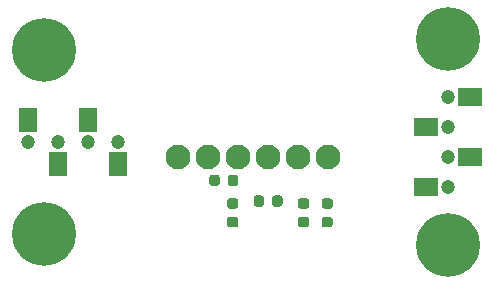
<source format=gts>
G04 #@! TF.GenerationSoftware,KiCad,Pcbnew,(5.1.9-16-g1737927814)-1*
G04 #@! TF.CreationDate,2021-04-01T12:19:28-04:00*
G04 #@! TF.ProjectId,pressure_mpx5700ap_gp,70726573-7375-4726-955f-6d7078353730,1*
G04 #@! TF.SameCoordinates,Original*
G04 #@! TF.FileFunction,Soldermask,Top*
G04 #@! TF.FilePolarity,Negative*
%FSLAX45Y45*%
G04 Gerber Fmt 4.5, Leading zero omitted, Abs format (unit mm)*
G04 Created by KiCad (PCBNEW (5.1.9-16-g1737927814)-1) date 2021-04-01 12:19:28*
%MOMM*%
%LPD*%
G01*
G04 APERTURE LIST*
%ADD10C,1.200000*%
%ADD11R,1.500000X2.100000*%
%ADD12R,2.100000X1.500000*%
%ADD13C,2.100000*%
%ADD14C,5.400000*%
%ADD15C,0.800000*%
G04 APERTURE END LIST*
D10*
X727000Y-1250000D03*
X473000Y-1250000D03*
X219000Y-1250000D03*
D11*
X219000Y-1065000D03*
X727000Y-1065000D03*
X473000Y-1435000D03*
X981000Y-1435000D03*
D10*
X981000Y-1250000D03*
X3775000Y-1377000D03*
X3775000Y-1123000D03*
X3775000Y-869000D03*
D12*
X3960000Y-869000D03*
X3960000Y-1377000D03*
X3590000Y-1123000D03*
X3590000Y-1631000D03*
D10*
X3775000Y-1631000D03*
D13*
X2760000Y-1375000D03*
X2506000Y-1375000D03*
X2252000Y-1375000D03*
X1998000Y-1375000D03*
X1744000Y-1375000D03*
X1490000Y-1375000D03*
D14*
X3775000Y-2125000D03*
D15*
X3977500Y-2125000D03*
X3918189Y-2268189D03*
X3775000Y-2327500D03*
X3631811Y-2268189D03*
X3572500Y-2125000D03*
X3631811Y-1981811D03*
X3775000Y-1922500D03*
X3918189Y-1981811D03*
D14*
X3775000Y-375000D03*
D15*
X3977500Y-375000D03*
X3918189Y-518189D03*
X3775000Y-577500D03*
X3631811Y-518189D03*
X3572500Y-375000D03*
X3631811Y-231811D03*
X3775000Y-172500D03*
X3918189Y-231811D03*
D14*
X350000Y-2025000D03*
D15*
X552500Y-2025000D03*
X493189Y-2168189D03*
X350000Y-2227500D03*
X206811Y-2168189D03*
X147500Y-2025000D03*
X206811Y-1881811D03*
X350000Y-1822500D03*
X493189Y-1881811D03*
D14*
X350000Y-475000D03*
D15*
X552500Y-475000D03*
X493189Y-618189D03*
X350000Y-677500D03*
X206811Y-618189D03*
X147500Y-475000D03*
X206811Y-331811D03*
X350000Y-272500D03*
X493189Y-331811D03*
G36*
G01*
X2575625Y-1815000D02*
X2524375Y-1815000D01*
G75*
G02*
X2502500Y-1793125I0J21875D01*
G01*
X2502500Y-1749375D01*
G75*
G02*
X2524375Y-1727500I21875J0D01*
G01*
X2575625Y-1727500D01*
G75*
G02*
X2597500Y-1749375I0J-21875D01*
G01*
X2597500Y-1793125D01*
G75*
G02*
X2575625Y-1815000I-21875J0D01*
G01*
G37*
G36*
G01*
X2575625Y-1972500D02*
X2524375Y-1972500D01*
G75*
G02*
X2502500Y-1950625I0J21875D01*
G01*
X2502500Y-1906875D01*
G75*
G02*
X2524375Y-1885000I21875J0D01*
G01*
X2575625Y-1885000D01*
G75*
G02*
X2597500Y-1906875I0J-21875D01*
G01*
X2597500Y-1950625D01*
G75*
G02*
X2575625Y-1972500I-21875J0D01*
G01*
G37*
G36*
G01*
X2215000Y-1724375D02*
X2215000Y-1775625D01*
G75*
G02*
X2193125Y-1797500I-21875J0D01*
G01*
X2149375Y-1797500D01*
G75*
G02*
X2127500Y-1775625I0J21875D01*
G01*
X2127500Y-1724375D01*
G75*
G02*
X2149375Y-1702500I21875J0D01*
G01*
X2193125Y-1702500D01*
G75*
G02*
X2215000Y-1724375I0J-21875D01*
G01*
G37*
G36*
G01*
X2372500Y-1724375D02*
X2372500Y-1775625D01*
G75*
G02*
X2350625Y-1797500I-21875J0D01*
G01*
X2306875Y-1797500D01*
G75*
G02*
X2285000Y-1775625I0J21875D01*
G01*
X2285000Y-1724375D01*
G75*
G02*
X2306875Y-1702500I21875J0D01*
G01*
X2350625Y-1702500D01*
G75*
G02*
X2372500Y-1724375I0J-21875D01*
G01*
G37*
G36*
G01*
X2775625Y-1815000D02*
X2724375Y-1815000D01*
G75*
G02*
X2702500Y-1793125I0J21875D01*
G01*
X2702500Y-1749375D01*
G75*
G02*
X2724375Y-1727500I21875J0D01*
G01*
X2775625Y-1727500D01*
G75*
G02*
X2797500Y-1749375I0J-21875D01*
G01*
X2797500Y-1793125D01*
G75*
G02*
X2775625Y-1815000I-21875J0D01*
G01*
G37*
G36*
G01*
X2775625Y-1972500D02*
X2724375Y-1972500D01*
G75*
G02*
X2702500Y-1950625I0J21875D01*
G01*
X2702500Y-1906875D01*
G75*
G02*
X2724375Y-1885000I21875J0D01*
G01*
X2775625Y-1885000D01*
G75*
G02*
X2797500Y-1906875I0J-21875D01*
G01*
X2797500Y-1950625D01*
G75*
G02*
X2775625Y-1972500I-21875J0D01*
G01*
G37*
G36*
G01*
X1975625Y-1815000D02*
X1924375Y-1815000D01*
G75*
G02*
X1902500Y-1793125I0J21875D01*
G01*
X1902500Y-1749375D01*
G75*
G02*
X1924375Y-1727500I21875J0D01*
G01*
X1975625Y-1727500D01*
G75*
G02*
X1997500Y-1749375I0J-21875D01*
G01*
X1997500Y-1793125D01*
G75*
G02*
X1975625Y-1815000I-21875J0D01*
G01*
G37*
G36*
G01*
X1975625Y-1972500D02*
X1924375Y-1972500D01*
G75*
G02*
X1902500Y-1950625I0J21875D01*
G01*
X1902500Y-1906875D01*
G75*
G02*
X1924375Y-1885000I21875J0D01*
G01*
X1975625Y-1885000D01*
G75*
G02*
X1997500Y-1906875I0J-21875D01*
G01*
X1997500Y-1950625D01*
G75*
G02*
X1975625Y-1972500I-21875J0D01*
G01*
G37*
G36*
G01*
X1910000Y-1600625D02*
X1910000Y-1549375D01*
G75*
G02*
X1931875Y-1527500I21875J0D01*
G01*
X1975625Y-1527500D01*
G75*
G02*
X1997500Y-1549375I0J-21875D01*
G01*
X1997500Y-1600625D01*
G75*
G02*
X1975625Y-1622500I-21875J0D01*
G01*
X1931875Y-1622500D01*
G75*
G02*
X1910000Y-1600625I0J21875D01*
G01*
G37*
G36*
G01*
X1752500Y-1600625D02*
X1752500Y-1549375D01*
G75*
G02*
X1774375Y-1527500I21875J0D01*
G01*
X1818125Y-1527500D01*
G75*
G02*
X1840000Y-1549375I0J-21875D01*
G01*
X1840000Y-1600625D01*
G75*
G02*
X1818125Y-1622500I-21875J0D01*
G01*
X1774375Y-1622500D01*
G75*
G02*
X1752500Y-1600625I0J21875D01*
G01*
G37*
M02*

</source>
